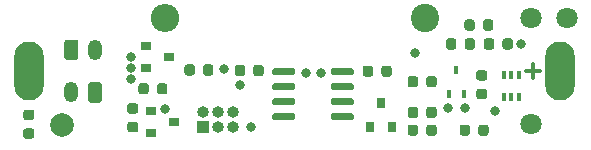
<source format=gbr>
%TF.GenerationSoftware,KiCad,Pcbnew,(5.1.10-1-10_14)*%
%TF.CreationDate,2021-11-16T21:19:30+13:00*%
%TF.ProjectId,BMSladder,424d536c-6164-4646-9572-2e6b69636164,rev?*%
%TF.SameCoordinates,Original*%
%TF.FileFunction,Soldermask,Top*%
%TF.FilePolarity,Negative*%
%FSLAX46Y46*%
G04 Gerber Fmt 4.6, Leading zero omitted, Abs format (unit mm)*
G04 Created by KiCad (PCBNEW (5.1.10-1-10_14)) date 2021-11-16 21:19:30*
%MOMM*%
%LPD*%
G01*
G04 APERTURE LIST*
%ADD10C,0.300000*%
%ADD11C,1.800000*%
%ADD12O,1.200000X1.750000*%
%ADD13O,1.000000X1.000000*%
%ADD14R,1.000000X1.000000*%
%ADD15O,2.400000X2.400000*%
%ADD16C,2.400000*%
%ADD17C,2.000000*%
%ADD18O,2.500000X5.000000*%
%ADD19R,0.800000X0.900000*%
%ADD20R,0.900000X0.800000*%
%ADD21R,0.400000X0.650000*%
%ADD22R,0.450000X0.700000*%
%ADD23C,0.800000*%
G04 APERTURE END LIST*
D10*
X64700000Y-25400000D02*
X64700000Y-26600000D01*
X64100000Y-26000000D02*
X65300000Y-26000000D01*
D11*
%TO.C,J7*%
X67550000Y-21500000D03*
%TD*%
D12*
%TO.C,J6*%
X27600000Y-24200000D03*
G36*
G01*
X25000000Y-24825001D02*
X25000000Y-23574999D01*
G75*
G02*
X25249999Y-23325000I249999J0D01*
G01*
X25950001Y-23325000D01*
G75*
G02*
X26200000Y-23574999I0J-249999D01*
G01*
X26200000Y-24825001D01*
G75*
G02*
X25950001Y-25075000I-249999J0D01*
G01*
X25249999Y-25075000D01*
G75*
G02*
X25000000Y-24825001I0J249999D01*
G01*
G37*
%TD*%
%TO.C,J3*%
X25600000Y-27800000D03*
G36*
G01*
X28200000Y-27174999D02*
X28200000Y-28425001D01*
G75*
G02*
X27950001Y-28675000I-249999J0D01*
G01*
X27249999Y-28675000D01*
G75*
G02*
X27000000Y-28425001I0J249999D01*
G01*
X27000000Y-27174999D01*
G75*
G02*
X27249999Y-26925000I249999J0D01*
G01*
X27950001Y-26925000D01*
G75*
G02*
X28200000Y-27174999I0J-249999D01*
G01*
G37*
%TD*%
D11*
%TO.C,J1*%
X64500000Y-21500000D03*
%TD*%
%TO.C,R3*%
G36*
G01*
X54950000Y-30743750D02*
X54950000Y-31256250D01*
G75*
G02*
X54731250Y-31475000I-218750J0D01*
G01*
X54293750Y-31475000D01*
G75*
G02*
X54075000Y-31256250I0J218750D01*
G01*
X54075000Y-30743750D01*
G75*
G02*
X54293750Y-30525000I218750J0D01*
G01*
X54731250Y-30525000D01*
G75*
G02*
X54950000Y-30743750I0J-218750D01*
G01*
G37*
G36*
G01*
X56525000Y-30743750D02*
X56525000Y-31256250D01*
G75*
G02*
X56306250Y-31475000I-218750J0D01*
G01*
X55868750Y-31475000D01*
G75*
G02*
X55650000Y-31256250I0J218750D01*
G01*
X55650000Y-30743750D01*
G75*
G02*
X55868750Y-30525000I218750J0D01*
G01*
X56306250Y-30525000D01*
G75*
G02*
X56525000Y-30743750I0J-218750D01*
G01*
G37*
%TD*%
%TO.C,U2*%
G36*
G01*
X47550000Y-26195000D02*
X47550000Y-25895000D01*
G75*
G02*
X47700000Y-25745000I150000J0D01*
G01*
X49350000Y-25745000D01*
G75*
G02*
X49500000Y-25895000I0J-150000D01*
G01*
X49500000Y-26195000D01*
G75*
G02*
X49350000Y-26345000I-150000J0D01*
G01*
X47700000Y-26345000D01*
G75*
G02*
X47550000Y-26195000I0J150000D01*
G01*
G37*
G36*
G01*
X47550000Y-27465000D02*
X47550000Y-27165000D01*
G75*
G02*
X47700000Y-27015000I150000J0D01*
G01*
X49350000Y-27015000D01*
G75*
G02*
X49500000Y-27165000I0J-150000D01*
G01*
X49500000Y-27465000D01*
G75*
G02*
X49350000Y-27615000I-150000J0D01*
G01*
X47700000Y-27615000D01*
G75*
G02*
X47550000Y-27465000I0J150000D01*
G01*
G37*
G36*
G01*
X47550000Y-28735000D02*
X47550000Y-28435000D01*
G75*
G02*
X47700000Y-28285000I150000J0D01*
G01*
X49350000Y-28285000D01*
G75*
G02*
X49500000Y-28435000I0J-150000D01*
G01*
X49500000Y-28735000D01*
G75*
G02*
X49350000Y-28885000I-150000J0D01*
G01*
X47700000Y-28885000D01*
G75*
G02*
X47550000Y-28735000I0J150000D01*
G01*
G37*
G36*
G01*
X47550000Y-30005000D02*
X47550000Y-29705000D01*
G75*
G02*
X47700000Y-29555000I150000J0D01*
G01*
X49350000Y-29555000D01*
G75*
G02*
X49500000Y-29705000I0J-150000D01*
G01*
X49500000Y-30005000D01*
G75*
G02*
X49350000Y-30155000I-150000J0D01*
G01*
X47700000Y-30155000D01*
G75*
G02*
X47550000Y-30005000I0J150000D01*
G01*
G37*
G36*
G01*
X42600000Y-30005000D02*
X42600000Y-29705000D01*
G75*
G02*
X42750000Y-29555000I150000J0D01*
G01*
X44400000Y-29555000D01*
G75*
G02*
X44550000Y-29705000I0J-150000D01*
G01*
X44550000Y-30005000D01*
G75*
G02*
X44400000Y-30155000I-150000J0D01*
G01*
X42750000Y-30155000D01*
G75*
G02*
X42600000Y-30005000I0J150000D01*
G01*
G37*
G36*
G01*
X42600000Y-28735000D02*
X42600000Y-28435000D01*
G75*
G02*
X42750000Y-28285000I150000J0D01*
G01*
X44400000Y-28285000D01*
G75*
G02*
X44550000Y-28435000I0J-150000D01*
G01*
X44550000Y-28735000D01*
G75*
G02*
X44400000Y-28885000I-150000J0D01*
G01*
X42750000Y-28885000D01*
G75*
G02*
X42600000Y-28735000I0J150000D01*
G01*
G37*
G36*
G01*
X42600000Y-27465000D02*
X42600000Y-27165000D01*
G75*
G02*
X42750000Y-27015000I150000J0D01*
G01*
X44400000Y-27015000D01*
G75*
G02*
X44550000Y-27165000I0J-150000D01*
G01*
X44550000Y-27465000D01*
G75*
G02*
X44400000Y-27615000I-150000J0D01*
G01*
X42750000Y-27615000D01*
G75*
G02*
X42600000Y-27465000I0J150000D01*
G01*
G37*
G36*
G01*
X42600000Y-26195000D02*
X42600000Y-25895000D01*
G75*
G02*
X42750000Y-25745000I150000J0D01*
G01*
X44400000Y-25745000D01*
G75*
G02*
X44550000Y-25895000I0J-150000D01*
G01*
X44550000Y-26195000D01*
G75*
G02*
X44400000Y-26345000I-150000J0D01*
G01*
X42750000Y-26345000D01*
G75*
G02*
X42600000Y-26195000I0J150000D01*
G01*
G37*
%TD*%
D13*
%TO.C,J5*%
X39290000Y-29450000D03*
X39290000Y-30720000D03*
X38020000Y-29450000D03*
X38020000Y-30720000D03*
X36750000Y-29450000D03*
D14*
X36750000Y-30720000D03*
%TD*%
D15*
%TO.C,R7*%
X33500000Y-21500000D03*
D16*
X55500000Y-21500000D03*
%TD*%
D17*
%TO.C,J4*%
X24800000Y-30600000D03*
%TD*%
D18*
%TO.C,H2*%
X22000000Y-26000000D03*
%TD*%
%TO.C,H1*%
X67000000Y-26000000D03*
%TD*%
D19*
%TO.C,U1*%
X51800000Y-28700000D03*
X52750000Y-30700000D03*
X50850000Y-30700000D03*
%TD*%
%TO.C,R13*%
G36*
G01*
X21743750Y-30850000D02*
X22256250Y-30850000D01*
G75*
G02*
X22475000Y-31068750I0J-218750D01*
G01*
X22475000Y-31506250D01*
G75*
G02*
X22256250Y-31725000I-218750J0D01*
G01*
X21743750Y-31725000D01*
G75*
G02*
X21525000Y-31506250I0J218750D01*
G01*
X21525000Y-31068750D01*
G75*
G02*
X21743750Y-30850000I218750J0D01*
G01*
G37*
G36*
G01*
X21743750Y-29275000D02*
X22256250Y-29275000D01*
G75*
G02*
X22475000Y-29493750I0J-218750D01*
G01*
X22475000Y-29931250D01*
G75*
G02*
X22256250Y-30150000I-218750J0D01*
G01*
X21743750Y-30150000D01*
G75*
G02*
X21525000Y-29931250I0J218750D01*
G01*
X21525000Y-29493750D01*
G75*
G02*
X21743750Y-29275000I218750J0D01*
G01*
G37*
%TD*%
%TO.C,R12*%
G36*
G01*
X31056250Y-29600000D02*
X30543750Y-29600000D01*
G75*
G02*
X30325000Y-29381250I0J218750D01*
G01*
X30325000Y-28943750D01*
G75*
G02*
X30543750Y-28725000I218750J0D01*
G01*
X31056250Y-28725000D01*
G75*
G02*
X31275000Y-28943750I0J-218750D01*
G01*
X31275000Y-29381250D01*
G75*
G02*
X31056250Y-29600000I-218750J0D01*
G01*
G37*
G36*
G01*
X31056250Y-31175000D02*
X30543750Y-31175000D01*
G75*
G02*
X30325000Y-30956250I0J218750D01*
G01*
X30325000Y-30518750D01*
G75*
G02*
X30543750Y-30300000I218750J0D01*
G01*
X31056250Y-30300000D01*
G75*
G02*
X31275000Y-30518750I0J-218750D01*
G01*
X31275000Y-30956250D01*
G75*
G02*
X31056250Y-31175000I-218750J0D01*
G01*
G37*
%TD*%
%TO.C,R11*%
G36*
G01*
X32150000Y-27243750D02*
X32150000Y-27756250D01*
G75*
G02*
X31931250Y-27975000I-218750J0D01*
G01*
X31493750Y-27975000D01*
G75*
G02*
X31275000Y-27756250I0J218750D01*
G01*
X31275000Y-27243750D01*
G75*
G02*
X31493750Y-27025000I218750J0D01*
G01*
X31931250Y-27025000D01*
G75*
G02*
X32150000Y-27243750I0J-218750D01*
G01*
G37*
G36*
G01*
X33725000Y-27243750D02*
X33725000Y-27756250D01*
G75*
G02*
X33506250Y-27975000I-218750J0D01*
G01*
X33068750Y-27975000D01*
G75*
G02*
X32850000Y-27756250I0J218750D01*
G01*
X32850000Y-27243750D01*
G75*
G02*
X33068750Y-27025000I218750J0D01*
G01*
X33506250Y-27025000D01*
G75*
G02*
X33725000Y-27243750I0J-218750D01*
G01*
G37*
%TD*%
%TO.C,R10*%
G36*
G01*
X36050000Y-25643750D02*
X36050000Y-26156250D01*
G75*
G02*
X35831250Y-26375000I-218750J0D01*
G01*
X35393750Y-26375000D01*
G75*
G02*
X35175000Y-26156250I0J218750D01*
G01*
X35175000Y-25643750D01*
G75*
G02*
X35393750Y-25425000I218750J0D01*
G01*
X35831250Y-25425000D01*
G75*
G02*
X36050000Y-25643750I0J-218750D01*
G01*
G37*
G36*
G01*
X37625000Y-25643750D02*
X37625000Y-26156250D01*
G75*
G02*
X37406250Y-26375000I-218750J0D01*
G01*
X36968750Y-26375000D01*
G75*
G02*
X36750000Y-26156250I0J218750D01*
G01*
X36750000Y-25643750D01*
G75*
G02*
X36968750Y-25425000I218750J0D01*
G01*
X37406250Y-25425000D01*
G75*
G02*
X37625000Y-25643750I0J-218750D01*
G01*
G37*
%TD*%
%TO.C,R9*%
G36*
G01*
X54950000Y-26643750D02*
X54950000Y-27156250D01*
G75*
G02*
X54731250Y-27375000I-218750J0D01*
G01*
X54293750Y-27375000D01*
G75*
G02*
X54075000Y-27156250I0J218750D01*
G01*
X54075000Y-26643750D01*
G75*
G02*
X54293750Y-26425000I218750J0D01*
G01*
X54731250Y-26425000D01*
G75*
G02*
X54950000Y-26643750I0J-218750D01*
G01*
G37*
G36*
G01*
X56525000Y-26643750D02*
X56525000Y-27156250D01*
G75*
G02*
X56306250Y-27375000I-218750J0D01*
G01*
X55868750Y-27375000D01*
G75*
G02*
X55650000Y-27156250I0J218750D01*
G01*
X55650000Y-26643750D01*
G75*
G02*
X55868750Y-26425000I218750J0D01*
G01*
X56306250Y-26425000D01*
G75*
G02*
X56525000Y-26643750I0J-218750D01*
G01*
G37*
%TD*%
%TO.C,R8*%
G36*
G01*
X60093750Y-27500000D02*
X60606250Y-27500000D01*
G75*
G02*
X60825000Y-27718750I0J-218750D01*
G01*
X60825000Y-28156250D01*
G75*
G02*
X60606250Y-28375000I-218750J0D01*
G01*
X60093750Y-28375000D01*
G75*
G02*
X59875000Y-28156250I0J218750D01*
G01*
X59875000Y-27718750D01*
G75*
G02*
X60093750Y-27500000I218750J0D01*
G01*
G37*
G36*
G01*
X60093750Y-25925000D02*
X60606250Y-25925000D01*
G75*
G02*
X60825000Y-26143750I0J-218750D01*
G01*
X60825000Y-26581250D01*
G75*
G02*
X60606250Y-26800000I-218750J0D01*
G01*
X60093750Y-26800000D01*
G75*
G02*
X59875000Y-26581250I0J218750D01*
G01*
X59875000Y-26143750D01*
G75*
G02*
X60093750Y-25925000I218750J0D01*
G01*
G37*
%TD*%
%TO.C,R6*%
G36*
G01*
X60450000Y-22356250D02*
X60450000Y-21843750D01*
G75*
G02*
X60668750Y-21625000I218750J0D01*
G01*
X61106250Y-21625000D01*
G75*
G02*
X61325000Y-21843750I0J-218750D01*
G01*
X61325000Y-22356250D01*
G75*
G02*
X61106250Y-22575000I-218750J0D01*
G01*
X60668750Y-22575000D01*
G75*
G02*
X60450000Y-22356250I0J218750D01*
G01*
G37*
G36*
G01*
X58875000Y-22356250D02*
X58875000Y-21843750D01*
G75*
G02*
X59093750Y-21625000I218750J0D01*
G01*
X59531250Y-21625000D01*
G75*
G02*
X59750000Y-21843750I0J-218750D01*
G01*
X59750000Y-22356250D01*
G75*
G02*
X59531250Y-22575000I-218750J0D01*
G01*
X59093750Y-22575000D01*
G75*
G02*
X58875000Y-22356250I0J218750D01*
G01*
G37*
%TD*%
%TO.C,R5*%
G36*
G01*
X58900000Y-23956250D02*
X58900000Y-23443750D01*
G75*
G02*
X59118750Y-23225000I218750J0D01*
G01*
X59556250Y-23225000D01*
G75*
G02*
X59775000Y-23443750I0J-218750D01*
G01*
X59775000Y-23956250D01*
G75*
G02*
X59556250Y-24175000I-218750J0D01*
G01*
X59118750Y-24175000D01*
G75*
G02*
X58900000Y-23956250I0J218750D01*
G01*
G37*
G36*
G01*
X57325000Y-23956250D02*
X57325000Y-23443750D01*
G75*
G02*
X57543750Y-23225000I218750J0D01*
G01*
X57981250Y-23225000D01*
G75*
G02*
X58200000Y-23443750I0J-218750D01*
G01*
X58200000Y-23956250D01*
G75*
G02*
X57981250Y-24175000I-218750J0D01*
G01*
X57543750Y-24175000D01*
G75*
G02*
X57325000Y-23956250I0J218750D01*
G01*
G37*
%TD*%
%TO.C,R4*%
G36*
G01*
X55650000Y-29756250D02*
X55650000Y-29243750D01*
G75*
G02*
X55868750Y-29025000I218750J0D01*
G01*
X56306250Y-29025000D01*
G75*
G02*
X56525000Y-29243750I0J-218750D01*
G01*
X56525000Y-29756250D01*
G75*
G02*
X56306250Y-29975000I-218750J0D01*
G01*
X55868750Y-29975000D01*
G75*
G02*
X55650000Y-29756250I0J218750D01*
G01*
G37*
G36*
G01*
X54075000Y-29756250D02*
X54075000Y-29243750D01*
G75*
G02*
X54293750Y-29025000I218750J0D01*
G01*
X54731250Y-29025000D01*
G75*
G02*
X54950000Y-29243750I0J-218750D01*
G01*
X54950000Y-29756250D01*
G75*
G02*
X54731250Y-29975000I-218750J0D01*
G01*
X54293750Y-29975000D01*
G75*
G02*
X54075000Y-29756250I0J218750D01*
G01*
G37*
%TD*%
%TO.C,R2*%
G36*
G01*
X51150000Y-25743750D02*
X51150000Y-26256250D01*
G75*
G02*
X50931250Y-26475000I-218750J0D01*
G01*
X50493750Y-26475000D01*
G75*
G02*
X50275000Y-26256250I0J218750D01*
G01*
X50275000Y-25743750D01*
G75*
G02*
X50493750Y-25525000I218750J0D01*
G01*
X50931250Y-25525000D01*
G75*
G02*
X51150000Y-25743750I0J-218750D01*
G01*
G37*
G36*
G01*
X52725000Y-25743750D02*
X52725000Y-26256250D01*
G75*
G02*
X52506250Y-26475000I-218750J0D01*
G01*
X52068750Y-26475000D01*
G75*
G02*
X51850000Y-26256250I0J218750D01*
G01*
X51850000Y-25743750D01*
G75*
G02*
X52068750Y-25525000I218750J0D01*
G01*
X52506250Y-25525000D01*
G75*
G02*
X52725000Y-25743750I0J-218750D01*
G01*
G37*
%TD*%
%TO.C,R1*%
G36*
G01*
X59350000Y-30743750D02*
X59350000Y-31256250D01*
G75*
G02*
X59131250Y-31475000I-218750J0D01*
G01*
X58693750Y-31475000D01*
G75*
G02*
X58475000Y-31256250I0J218750D01*
G01*
X58475000Y-30743750D01*
G75*
G02*
X58693750Y-30525000I218750J0D01*
G01*
X59131250Y-30525000D01*
G75*
G02*
X59350000Y-30743750I0J-218750D01*
G01*
G37*
G36*
G01*
X60925000Y-30743750D02*
X60925000Y-31256250D01*
G75*
G02*
X60706250Y-31475000I-218750J0D01*
G01*
X60268750Y-31475000D01*
G75*
G02*
X60050000Y-31256250I0J218750D01*
G01*
X60050000Y-30743750D01*
G75*
G02*
X60268750Y-30525000I218750J0D01*
G01*
X60706250Y-30525000D01*
G75*
G02*
X60925000Y-30743750I0J-218750D01*
G01*
G37*
%TD*%
D20*
%TO.C,Q3*%
X34300000Y-30300000D03*
X32300000Y-31250000D03*
X32300000Y-29350000D03*
%TD*%
%TO.C,Q2*%
X33900000Y-24800000D03*
X31900000Y-25750000D03*
X31900000Y-23850000D03*
%TD*%
D21*
%TO.C,Q1*%
X63500000Y-28200000D03*
X62200000Y-28200000D03*
X62850000Y-26300000D03*
X62850000Y-28200000D03*
X62200000Y-26300000D03*
X63500000Y-26300000D03*
%TD*%
D11*
%TO.C,J2*%
X64500000Y-30500000D03*
%TD*%
D22*
%TO.C,D2*%
X58200000Y-25900000D03*
X58850000Y-27900000D03*
X57550000Y-27900000D03*
%TD*%
%TO.C,D1*%
G36*
G01*
X62100000Y-23956250D02*
X62100000Y-23443750D01*
G75*
G02*
X62318750Y-23225000I218750J0D01*
G01*
X62756250Y-23225000D01*
G75*
G02*
X62975000Y-23443750I0J-218750D01*
G01*
X62975000Y-23956250D01*
G75*
G02*
X62756250Y-24175000I-218750J0D01*
G01*
X62318750Y-24175000D01*
G75*
G02*
X62100000Y-23956250I0J218750D01*
G01*
G37*
G36*
G01*
X60525000Y-23956250D02*
X60525000Y-23443750D01*
G75*
G02*
X60743750Y-23225000I218750J0D01*
G01*
X61181250Y-23225000D01*
G75*
G02*
X61400000Y-23443750I0J-218750D01*
G01*
X61400000Y-23956250D01*
G75*
G02*
X61181250Y-24175000I-218750J0D01*
G01*
X60743750Y-24175000D01*
G75*
G02*
X60525000Y-23956250I0J218750D01*
G01*
G37*
%TD*%
%TO.C,C1*%
G36*
G01*
X40300000Y-25693750D02*
X40300000Y-26206250D01*
G75*
G02*
X40081250Y-26425000I-218750J0D01*
G01*
X39643750Y-26425000D01*
G75*
G02*
X39425000Y-26206250I0J218750D01*
G01*
X39425000Y-25693750D01*
G75*
G02*
X39643750Y-25475000I218750J0D01*
G01*
X40081250Y-25475000D01*
G75*
G02*
X40300000Y-25693750I0J-218750D01*
G01*
G37*
G36*
G01*
X41875000Y-25693750D02*
X41875000Y-26206250D01*
G75*
G02*
X41656250Y-26425000I-218750J0D01*
G01*
X41218750Y-26425000D01*
G75*
G02*
X41000000Y-26206250I0J218750D01*
G01*
X41000000Y-25693750D01*
G75*
G02*
X41218750Y-25475000I218750J0D01*
G01*
X41656250Y-25475000D01*
G75*
G02*
X41875000Y-25693750I0J-218750D01*
G01*
G37*
%TD*%
D23*
X39850000Y-27150000D03*
X57500000Y-29100000D03*
X46750000Y-26200010D03*
X33500000Y-29200006D03*
X30650035Y-25749987D03*
X30650035Y-24799963D03*
X30650000Y-26700000D03*
X54700000Y-24499990D03*
X58900000Y-29100000D03*
X61500000Y-29350000D03*
X63700000Y-23700000D03*
X45501730Y-26198270D03*
X38500000Y-25850000D03*
X40840012Y-30744678D03*
M02*

</source>
